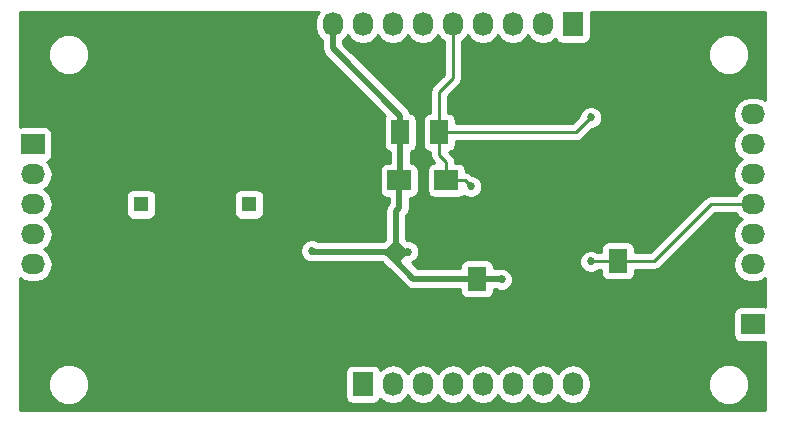
<source format=gbr>
G04 #@! TF.FileFunction,Copper,L2,Bot,Signal*
%FSLAX46Y46*%
G04 Gerber Fmt 4.6, Leading zero omitted, Abs format (unit mm)*
G04 Created by KiCad (PCBNEW 4.0.1-stable) date 9/12/2016 12:56:57 PM*
%MOMM*%
G01*
G04 APERTURE LIST*
%ADD10C,0.100000*%
%ADD11R,1.300000X1.300000*%
%ADD12C,1.300000*%
%ADD13R,1.600000X2.000000*%
%ADD14R,1.524000X2.032000*%
%ADD15R,2.032000X1.727200*%
%ADD16O,2.032000X1.727200*%
%ADD17R,1.727200X2.032000*%
%ADD18O,1.727200X2.032000*%
%ADD19R,2.000000X1.700000*%
%ADD20C,0.685800*%
%ADD21C,0.508000*%
%ADD22C,0.254000*%
G04 APERTURE END LIST*
D10*
D11*
X155956000Y-60960000D03*
D12*
X155956000Y-58960000D03*
D11*
X165100000Y-60960000D03*
D12*
X165100000Y-58960000D03*
D13*
X196342000Y-65754000D03*
X196342000Y-61754000D03*
X184404000Y-63278000D03*
X184404000Y-67278000D03*
D14*
X177927000Y-54864000D03*
X181229000Y-54864000D03*
D15*
X146812000Y-55880000D03*
D16*
X146812000Y-58420000D03*
X146812000Y-60960000D03*
X146812000Y-63500000D03*
X146812000Y-66040000D03*
X146812000Y-68580000D03*
D17*
X174752000Y-76200000D03*
D18*
X177292000Y-76200000D03*
X179832000Y-76200000D03*
X182372000Y-76200000D03*
X184912000Y-76200000D03*
X187452000Y-76200000D03*
X189992000Y-76200000D03*
X192532000Y-76200000D03*
D19*
X177832000Y-58928000D03*
X181832000Y-58928000D03*
D17*
X192532000Y-45720000D03*
D18*
X189992000Y-45720000D03*
X187452000Y-45720000D03*
X184912000Y-45720000D03*
X182372000Y-45720000D03*
X179832000Y-45720000D03*
X177292000Y-45720000D03*
X174752000Y-45720000D03*
X172212000Y-45720000D03*
X169672000Y-45720000D03*
D15*
X207772000Y-71120000D03*
D16*
X207772000Y-68580000D03*
X207772000Y-66040000D03*
X207772000Y-63500000D03*
X207772000Y-60960000D03*
X207772000Y-58420000D03*
X207772000Y-55880000D03*
X207772000Y-53340000D03*
D20*
X194183000Y-58039000D03*
X181991000Y-65087500D03*
X155448000Y-66040000D03*
X170688000Y-68326000D03*
X167894000Y-71120000D03*
X163322000Y-67310000D03*
X190500000Y-65024000D03*
X186499500Y-67310000D03*
X170434000Y-64897000D03*
X178562000Y-64960500D03*
X194056000Y-65786000D03*
X194056000Y-53594000D03*
X183896000Y-59436000D03*
D21*
X178562000Y-64960500D02*
X178219100Y-64960500D01*
X178219100Y-64960500D02*
X177546000Y-64287400D01*
X178562000Y-64960500D02*
X178320700Y-64960500D01*
X177546000Y-65735200D02*
X177546000Y-65786000D01*
X178320700Y-64960500D02*
X177546000Y-65735200D01*
X177546000Y-65786000D02*
X177546000Y-65786000D01*
X177546000Y-65786000D02*
X177533300Y-65786000D01*
X177533300Y-65786000D02*
X176707800Y-64960500D01*
X176707800Y-64960500D02*
X176872900Y-64960500D01*
X176872900Y-64960500D02*
X177546000Y-64287400D01*
X177927000Y-54864000D02*
X177927000Y-53467000D01*
X172212000Y-47752000D02*
X172212000Y-45720000D01*
X177927000Y-53467000D02*
X172212000Y-47752000D01*
X177546000Y-64960500D02*
X177546000Y-64287400D01*
X177546000Y-64287400D02*
X177546000Y-61531500D01*
X177832000Y-61245500D02*
X177832000Y-58928000D01*
X177546000Y-61531500D02*
X177832000Y-61245500D01*
X177546000Y-64960500D02*
X177546000Y-65786000D01*
X177546000Y-65786000D02*
X179038000Y-67278000D01*
X179038000Y-67278000D02*
X184404000Y-67278000D01*
X177927000Y-54864000D02*
X177927000Y-58833000D01*
X177927000Y-58833000D02*
X177832000Y-58928000D01*
X184404000Y-67278000D02*
X186467500Y-67278000D01*
X186467500Y-67278000D02*
X186499500Y-67310000D01*
X170497500Y-64960500D02*
X176707800Y-64960500D01*
X170434000Y-64897000D02*
X170497500Y-64960500D01*
X176707800Y-64960500D02*
X177546000Y-64960500D01*
X177546000Y-64960500D02*
X178562000Y-64960500D01*
D22*
X177800000Y-58960000D02*
X177927000Y-58833000D01*
X204216000Y-60960000D02*
X207772000Y-60960000D01*
X199422000Y-65754000D02*
X204216000Y-60960000D01*
X196342000Y-65754000D02*
X199422000Y-65754000D01*
X194088000Y-65754000D02*
X196342000Y-65754000D01*
X194056000Y-65786000D02*
X194088000Y-65754000D01*
X181229000Y-54864000D02*
X192786000Y-54864000D01*
X192786000Y-54864000D02*
X194056000Y-53594000D01*
X183388000Y-58928000D02*
X181832000Y-58928000D01*
X183896000Y-59436000D02*
X183388000Y-58928000D01*
X182372000Y-45720000D02*
X182372000Y-50292000D01*
X181229000Y-54864000D02*
X181229000Y-52578000D01*
X181229000Y-52578000D02*
X181229000Y-51435000D01*
X181229000Y-51435000D02*
X182372000Y-50292000D01*
X181832000Y-58928000D02*
X181832000Y-57372000D01*
X181229000Y-56769000D02*
X181229000Y-54864000D01*
X181832000Y-57372000D02*
X181229000Y-56769000D01*
G36*
X170827474Y-44961766D02*
X170713400Y-45535255D01*
X170713400Y-45904745D01*
X170827474Y-46478234D01*
X171152330Y-46964415D01*
X171323000Y-47078453D01*
X171323000Y-47752000D01*
X171390671Y-48092206D01*
X171583382Y-48380618D01*
X176662054Y-53459290D01*
X176568569Y-53596110D01*
X176517560Y-53848000D01*
X176517560Y-55880000D01*
X176561838Y-56115317D01*
X176700910Y-56331441D01*
X176913110Y-56476431D01*
X177038000Y-56501722D01*
X177038000Y-57430560D01*
X176832000Y-57430560D01*
X176596683Y-57474838D01*
X176380559Y-57613910D01*
X176235569Y-57826110D01*
X176184560Y-58078000D01*
X176184560Y-59778000D01*
X176228838Y-60013317D01*
X176367910Y-60229441D01*
X176580110Y-60374431D01*
X176832000Y-60425440D01*
X176943000Y-60425440D01*
X176943000Y-60877264D01*
X176917382Y-60902882D01*
X176724671Y-61191294D01*
X176657000Y-61531500D01*
X176657000Y-63919164D01*
X176504664Y-64071500D01*
X170991694Y-64071500D01*
X170988659Y-64068460D01*
X170629370Y-63919270D01*
X170240337Y-63918931D01*
X169880788Y-64067493D01*
X169605460Y-64342341D01*
X169456270Y-64701630D01*
X169455931Y-65090663D01*
X169604493Y-65450212D01*
X169879341Y-65725540D01*
X170238630Y-65874730D01*
X170627663Y-65875069D01*
X170689545Y-65849500D01*
X176339564Y-65849500D01*
X176904682Y-66414618D01*
X176942956Y-66440192D01*
X178409382Y-67906618D01*
X178697795Y-68099330D01*
X179038000Y-68167000D01*
X182956560Y-68167000D01*
X182956560Y-68278000D01*
X183000838Y-68513317D01*
X183139910Y-68729441D01*
X183352110Y-68874431D01*
X183604000Y-68925440D01*
X185204000Y-68925440D01*
X185439317Y-68881162D01*
X185655441Y-68742090D01*
X185800431Y-68529890D01*
X185851440Y-68278000D01*
X185851440Y-68167000D01*
X186013380Y-68167000D01*
X186304130Y-68287730D01*
X186693163Y-68288069D01*
X187052712Y-68139507D01*
X187328040Y-67864659D01*
X187477230Y-67505370D01*
X187477569Y-67116337D01*
X187329007Y-66756788D01*
X187054159Y-66481460D01*
X186694870Y-66332270D01*
X186305837Y-66331931D01*
X186167719Y-66389000D01*
X185851440Y-66389000D01*
X185851440Y-66278000D01*
X185807162Y-66042683D01*
X185668090Y-65826559D01*
X185455890Y-65681569D01*
X185204000Y-65630560D01*
X183604000Y-65630560D01*
X183368683Y-65674838D01*
X183152559Y-65813910D01*
X183007569Y-66026110D01*
X182956560Y-66278000D01*
X182956560Y-66389000D01*
X179406236Y-66389000D01*
X178897287Y-65880051D01*
X179115212Y-65790007D01*
X179390540Y-65515159D01*
X179539730Y-65155870D01*
X179540069Y-64766837D01*
X179391507Y-64407288D01*
X179116659Y-64131960D01*
X178757370Y-63982770D01*
X178498380Y-63982544D01*
X178435000Y-63919164D01*
X178435000Y-61899736D01*
X178460618Y-61874118D01*
X178637096Y-61610000D01*
X178653329Y-61585706D01*
X178721000Y-61245500D01*
X178721000Y-60425440D01*
X178832000Y-60425440D01*
X179067317Y-60381162D01*
X179283441Y-60242090D01*
X179428431Y-60029890D01*
X179479440Y-59778000D01*
X179479440Y-58078000D01*
X179435162Y-57842683D01*
X179296090Y-57626559D01*
X179083890Y-57481569D01*
X178832000Y-57430560D01*
X178816000Y-57430560D01*
X178816000Y-56503543D01*
X178924317Y-56483162D01*
X179140441Y-56344090D01*
X179285431Y-56131890D01*
X179336440Y-55880000D01*
X179336440Y-53848000D01*
X179292162Y-53612683D01*
X179153090Y-53396559D01*
X178940890Y-53251569D01*
X178766109Y-53216175D01*
X178748330Y-53126795D01*
X178555618Y-52838382D01*
X173101000Y-47383764D01*
X173101000Y-47078453D01*
X173271670Y-46964415D01*
X173482000Y-46649634D01*
X173692330Y-46964415D01*
X174178511Y-47289271D01*
X174752000Y-47403345D01*
X175325489Y-47289271D01*
X175811670Y-46964415D01*
X176022000Y-46649634D01*
X176232330Y-46964415D01*
X176718511Y-47289271D01*
X177292000Y-47403345D01*
X177865489Y-47289271D01*
X178351670Y-46964415D01*
X178562000Y-46649634D01*
X178772330Y-46964415D01*
X179258511Y-47289271D01*
X179832000Y-47403345D01*
X180405489Y-47289271D01*
X180891670Y-46964415D01*
X181102000Y-46649634D01*
X181312330Y-46964415D01*
X181610000Y-47163312D01*
X181610000Y-49976370D01*
X180690185Y-50896185D01*
X180525004Y-51143395D01*
X180467000Y-51435000D01*
X180467000Y-53200560D01*
X180231683Y-53244838D01*
X180015559Y-53383910D01*
X179870569Y-53596110D01*
X179819560Y-53848000D01*
X179819560Y-55880000D01*
X179863838Y-56115317D01*
X180002910Y-56331441D01*
X180215110Y-56476431D01*
X180467000Y-56527440D01*
X180467000Y-56769000D01*
X180525004Y-57060605D01*
X180661260Y-57264526D01*
X180690185Y-57307815D01*
X180815950Y-57433580D01*
X180596683Y-57474838D01*
X180380559Y-57613910D01*
X180235569Y-57826110D01*
X180184560Y-58078000D01*
X180184560Y-59778000D01*
X180228838Y-60013317D01*
X180367910Y-60229441D01*
X180580110Y-60374431D01*
X180832000Y-60425440D01*
X182832000Y-60425440D01*
X183067317Y-60381162D01*
X183283441Y-60242090D01*
X183297862Y-60220985D01*
X183341341Y-60264540D01*
X183700630Y-60413730D01*
X184089663Y-60414069D01*
X184449212Y-60265507D01*
X184724540Y-59990659D01*
X184873730Y-59631370D01*
X184874069Y-59242337D01*
X184725507Y-58882788D01*
X184450659Y-58607460D01*
X184091370Y-58458270D01*
X183995817Y-58458187D01*
X183926815Y-58389185D01*
X183679605Y-58224004D01*
X183479440Y-58184189D01*
X183479440Y-58078000D01*
X183435162Y-57842683D01*
X183296090Y-57626559D01*
X183083890Y-57481569D01*
X182832000Y-57430560D01*
X182594000Y-57430560D01*
X182594000Y-57372000D01*
X182535996Y-57080395D01*
X182468190Y-56978917D01*
X182370816Y-56833185D01*
X182053340Y-56515710D01*
X182226317Y-56483162D01*
X182442441Y-56344090D01*
X182587431Y-56131890D01*
X182638440Y-55880000D01*
X182638440Y-55626000D01*
X192786000Y-55626000D01*
X193077605Y-55567996D01*
X193324815Y-55402815D01*
X194155644Y-54571987D01*
X194249663Y-54572069D01*
X194609212Y-54423507D01*
X194884540Y-54148659D01*
X195033730Y-53789370D01*
X195034069Y-53400337D01*
X194885507Y-53040788D01*
X194610659Y-52765460D01*
X194251370Y-52616270D01*
X193862337Y-52615931D01*
X193502788Y-52764493D01*
X193227460Y-53039341D01*
X193078270Y-53398630D01*
X193078187Y-53494183D01*
X192470370Y-54102000D01*
X182638440Y-54102000D01*
X182638440Y-53848000D01*
X182594162Y-53612683D01*
X182455090Y-53396559D01*
X182242890Y-53251569D01*
X181991000Y-53200560D01*
X181991000Y-51750630D01*
X182910815Y-50830815D01*
X183075996Y-50583605D01*
X183134000Y-50292000D01*
X183134000Y-48603599D01*
X204004699Y-48603599D01*
X204268281Y-49241515D01*
X204755918Y-49730004D01*
X205393373Y-49994699D01*
X206083599Y-49995301D01*
X206721515Y-49731719D01*
X207210004Y-49244082D01*
X207474699Y-48606627D01*
X207475301Y-47916401D01*
X207211719Y-47278485D01*
X206724082Y-46789996D01*
X206086627Y-46525301D01*
X205396401Y-46524699D01*
X204758485Y-46788281D01*
X204269996Y-47275918D01*
X204005301Y-47913373D01*
X204004699Y-48603599D01*
X183134000Y-48603599D01*
X183134000Y-47163312D01*
X183431670Y-46964415D01*
X183642000Y-46649634D01*
X183852330Y-46964415D01*
X184338511Y-47289271D01*
X184912000Y-47403345D01*
X185485489Y-47289271D01*
X185971670Y-46964415D01*
X186182000Y-46649634D01*
X186392330Y-46964415D01*
X186878511Y-47289271D01*
X187452000Y-47403345D01*
X188025489Y-47289271D01*
X188511670Y-46964415D01*
X188722000Y-46649634D01*
X188932330Y-46964415D01*
X189418511Y-47289271D01*
X189992000Y-47403345D01*
X190565489Y-47289271D01*
X191051670Y-46964415D01*
X191061243Y-46950087D01*
X191065238Y-46971317D01*
X191204310Y-47187441D01*
X191416510Y-47332431D01*
X191668400Y-47383440D01*
X193395600Y-47383440D01*
X193630917Y-47339162D01*
X193847041Y-47200090D01*
X193992031Y-46987890D01*
X194043040Y-46736000D01*
X194043040Y-44704000D01*
X194033256Y-44652000D01*
X208840000Y-44652000D01*
X208840000Y-52162453D01*
X208530234Y-51955474D01*
X207956745Y-51841400D01*
X207587255Y-51841400D01*
X207013766Y-51955474D01*
X206527585Y-52280330D01*
X206202729Y-52766511D01*
X206088655Y-53340000D01*
X206202729Y-53913489D01*
X206527585Y-54399670D01*
X206842366Y-54610000D01*
X206527585Y-54820330D01*
X206202729Y-55306511D01*
X206088655Y-55880000D01*
X206202729Y-56453489D01*
X206527585Y-56939670D01*
X206842366Y-57150000D01*
X206527585Y-57360330D01*
X206202729Y-57846511D01*
X206088655Y-58420000D01*
X206202729Y-58993489D01*
X206527585Y-59479670D01*
X206842366Y-59690000D01*
X206527585Y-59900330D01*
X206328688Y-60198000D01*
X204216000Y-60198000D01*
X203924395Y-60256004D01*
X203729078Y-60386511D01*
X203677185Y-60421185D01*
X199106370Y-64992000D01*
X197789440Y-64992000D01*
X197789440Y-64754000D01*
X197745162Y-64518683D01*
X197606090Y-64302559D01*
X197393890Y-64157569D01*
X197142000Y-64106560D01*
X195542000Y-64106560D01*
X195306683Y-64150838D01*
X195090559Y-64289910D01*
X194945569Y-64502110D01*
X194894560Y-64754000D01*
X194894560Y-64992000D01*
X194645139Y-64992000D01*
X194610659Y-64957460D01*
X194251370Y-64808270D01*
X193862337Y-64807931D01*
X193502788Y-64956493D01*
X193227460Y-65231341D01*
X193078270Y-65590630D01*
X193077931Y-65979663D01*
X193226493Y-66339212D01*
X193501341Y-66614540D01*
X193860630Y-66763730D01*
X194249663Y-66764069D01*
X194609212Y-66615507D01*
X194708893Y-66516000D01*
X194894560Y-66516000D01*
X194894560Y-66754000D01*
X194938838Y-66989317D01*
X195077910Y-67205441D01*
X195290110Y-67350431D01*
X195542000Y-67401440D01*
X197142000Y-67401440D01*
X197377317Y-67357162D01*
X197593441Y-67218090D01*
X197738431Y-67005890D01*
X197789440Y-66754000D01*
X197789440Y-66516000D01*
X199422000Y-66516000D01*
X199713605Y-66457996D01*
X199960815Y-66292815D01*
X204531630Y-61722000D01*
X206328688Y-61722000D01*
X206527585Y-62019670D01*
X206842366Y-62230000D01*
X206527585Y-62440330D01*
X206202729Y-62926511D01*
X206088655Y-63500000D01*
X206202729Y-64073489D01*
X206527585Y-64559670D01*
X206842366Y-64770000D01*
X206527585Y-64980330D01*
X206202729Y-65466511D01*
X206088655Y-66040000D01*
X206202729Y-66613489D01*
X206527585Y-67099670D01*
X207013766Y-67424526D01*
X207587255Y-67538600D01*
X207956745Y-67538600D01*
X208530234Y-67424526D01*
X208840000Y-67217547D01*
X208840000Y-69619490D01*
X208788000Y-69608960D01*
X206756000Y-69608960D01*
X206520683Y-69653238D01*
X206304559Y-69792310D01*
X206159569Y-70004510D01*
X206108560Y-70256400D01*
X206108560Y-71983600D01*
X206152838Y-72218917D01*
X206291910Y-72435041D01*
X206504110Y-72580031D01*
X206756000Y-72631040D01*
X208788000Y-72631040D01*
X208840000Y-72621256D01*
X208840000Y-78411000D01*
X145744000Y-78411000D01*
X145744000Y-76543599D01*
X148124699Y-76543599D01*
X148388281Y-77181515D01*
X148875918Y-77670004D01*
X149513373Y-77934699D01*
X150203599Y-77935301D01*
X150841515Y-77671719D01*
X151330004Y-77184082D01*
X151594699Y-76546627D01*
X151595301Y-75856401D01*
X151331719Y-75218485D01*
X151297295Y-75184000D01*
X173240960Y-75184000D01*
X173240960Y-77216000D01*
X173285238Y-77451317D01*
X173424310Y-77667441D01*
X173636510Y-77812431D01*
X173888400Y-77863440D01*
X175615600Y-77863440D01*
X175850917Y-77819162D01*
X176067041Y-77680090D01*
X176212031Y-77467890D01*
X176220400Y-77426561D01*
X176232330Y-77444415D01*
X176718511Y-77769271D01*
X177292000Y-77883345D01*
X177865489Y-77769271D01*
X178351670Y-77444415D01*
X178562000Y-77129634D01*
X178772330Y-77444415D01*
X179258511Y-77769271D01*
X179832000Y-77883345D01*
X180405489Y-77769271D01*
X180891670Y-77444415D01*
X181102000Y-77129634D01*
X181312330Y-77444415D01*
X181798511Y-77769271D01*
X182372000Y-77883345D01*
X182945489Y-77769271D01*
X183431670Y-77444415D01*
X183642000Y-77129634D01*
X183852330Y-77444415D01*
X184338511Y-77769271D01*
X184912000Y-77883345D01*
X185485489Y-77769271D01*
X185971670Y-77444415D01*
X186182000Y-77129634D01*
X186392330Y-77444415D01*
X186878511Y-77769271D01*
X187452000Y-77883345D01*
X188025489Y-77769271D01*
X188511670Y-77444415D01*
X188722000Y-77129634D01*
X188932330Y-77444415D01*
X189418511Y-77769271D01*
X189992000Y-77883345D01*
X190565489Y-77769271D01*
X191051670Y-77444415D01*
X191262000Y-77129634D01*
X191472330Y-77444415D01*
X191958511Y-77769271D01*
X192532000Y-77883345D01*
X193105489Y-77769271D01*
X193591670Y-77444415D01*
X193916526Y-76958234D01*
X193999001Y-76543599D01*
X204004699Y-76543599D01*
X204268281Y-77181515D01*
X204755918Y-77670004D01*
X205393373Y-77934699D01*
X206083599Y-77935301D01*
X206721515Y-77671719D01*
X207210004Y-77184082D01*
X207474699Y-76546627D01*
X207475301Y-75856401D01*
X207211719Y-75218485D01*
X206724082Y-74729996D01*
X206086627Y-74465301D01*
X205396401Y-74464699D01*
X204758485Y-74728281D01*
X204269996Y-75215918D01*
X204005301Y-75853373D01*
X204004699Y-76543599D01*
X193999001Y-76543599D01*
X194030600Y-76384745D01*
X194030600Y-76015255D01*
X193916526Y-75441766D01*
X193591670Y-74955585D01*
X193105489Y-74630729D01*
X192532000Y-74516655D01*
X191958511Y-74630729D01*
X191472330Y-74955585D01*
X191262000Y-75270366D01*
X191051670Y-74955585D01*
X190565489Y-74630729D01*
X189992000Y-74516655D01*
X189418511Y-74630729D01*
X188932330Y-74955585D01*
X188722000Y-75270366D01*
X188511670Y-74955585D01*
X188025489Y-74630729D01*
X187452000Y-74516655D01*
X186878511Y-74630729D01*
X186392330Y-74955585D01*
X186182000Y-75270366D01*
X185971670Y-74955585D01*
X185485489Y-74630729D01*
X184912000Y-74516655D01*
X184338511Y-74630729D01*
X183852330Y-74955585D01*
X183642000Y-75270366D01*
X183431670Y-74955585D01*
X182945489Y-74630729D01*
X182372000Y-74516655D01*
X181798511Y-74630729D01*
X181312330Y-74955585D01*
X181102000Y-75270366D01*
X180891670Y-74955585D01*
X180405489Y-74630729D01*
X179832000Y-74516655D01*
X179258511Y-74630729D01*
X178772330Y-74955585D01*
X178562000Y-75270366D01*
X178351670Y-74955585D01*
X177865489Y-74630729D01*
X177292000Y-74516655D01*
X176718511Y-74630729D01*
X176232330Y-74955585D01*
X176222757Y-74969913D01*
X176218762Y-74948683D01*
X176079690Y-74732559D01*
X175867490Y-74587569D01*
X175615600Y-74536560D01*
X173888400Y-74536560D01*
X173653083Y-74580838D01*
X173436959Y-74719910D01*
X173291969Y-74932110D01*
X173240960Y-75184000D01*
X151297295Y-75184000D01*
X150844082Y-74729996D01*
X150206627Y-74465301D01*
X149516401Y-74464699D01*
X148878485Y-74728281D01*
X148389996Y-75215918D01*
X148125301Y-75853373D01*
X148124699Y-76543599D01*
X145744000Y-76543599D01*
X145744000Y-67217547D01*
X146053766Y-67424526D01*
X146627255Y-67538600D01*
X146996745Y-67538600D01*
X147570234Y-67424526D01*
X148056415Y-67099670D01*
X148381271Y-66613489D01*
X148495345Y-66040000D01*
X148381271Y-65466511D01*
X148056415Y-64980330D01*
X147741634Y-64770000D01*
X148056415Y-64559670D01*
X148381271Y-64073489D01*
X148495345Y-63500000D01*
X148381271Y-62926511D01*
X148056415Y-62440330D01*
X147741634Y-62230000D01*
X148056415Y-62019670D01*
X148381271Y-61533489D01*
X148495345Y-60960000D01*
X148381271Y-60386511D01*
X148330148Y-60310000D01*
X154658560Y-60310000D01*
X154658560Y-61610000D01*
X154702838Y-61845317D01*
X154841910Y-62061441D01*
X155054110Y-62206431D01*
X155306000Y-62257440D01*
X156606000Y-62257440D01*
X156841317Y-62213162D01*
X157057441Y-62074090D01*
X157202431Y-61861890D01*
X157253440Y-61610000D01*
X157253440Y-60310000D01*
X163802560Y-60310000D01*
X163802560Y-61610000D01*
X163846838Y-61845317D01*
X163985910Y-62061441D01*
X164198110Y-62206431D01*
X164450000Y-62257440D01*
X165750000Y-62257440D01*
X165985317Y-62213162D01*
X166201441Y-62074090D01*
X166346431Y-61861890D01*
X166397440Y-61610000D01*
X166397440Y-60310000D01*
X166353162Y-60074683D01*
X166214090Y-59858559D01*
X166001890Y-59713569D01*
X165750000Y-59662560D01*
X164450000Y-59662560D01*
X164214683Y-59706838D01*
X163998559Y-59845910D01*
X163853569Y-60058110D01*
X163802560Y-60310000D01*
X157253440Y-60310000D01*
X157209162Y-60074683D01*
X157070090Y-59858559D01*
X156857890Y-59713569D01*
X156606000Y-59662560D01*
X155306000Y-59662560D01*
X155070683Y-59706838D01*
X154854559Y-59845910D01*
X154709569Y-60058110D01*
X154658560Y-60310000D01*
X148330148Y-60310000D01*
X148056415Y-59900330D01*
X147741634Y-59690000D01*
X148056415Y-59479670D01*
X148381271Y-58993489D01*
X148495345Y-58420000D01*
X148381271Y-57846511D01*
X148056415Y-57360330D01*
X148042087Y-57350757D01*
X148063317Y-57346762D01*
X148279441Y-57207690D01*
X148424431Y-56995490D01*
X148475440Y-56743600D01*
X148475440Y-55016400D01*
X148431162Y-54781083D01*
X148292090Y-54564959D01*
X148079890Y-54419969D01*
X147828000Y-54368960D01*
X145796000Y-54368960D01*
X145744000Y-54378744D01*
X145744000Y-48603599D01*
X148124699Y-48603599D01*
X148388281Y-49241515D01*
X148875918Y-49730004D01*
X149513373Y-49994699D01*
X150203599Y-49995301D01*
X150841515Y-49731719D01*
X151330004Y-49244082D01*
X151594699Y-48606627D01*
X151595301Y-47916401D01*
X151331719Y-47278485D01*
X150844082Y-46789996D01*
X150206627Y-46525301D01*
X149516401Y-46524699D01*
X148878485Y-46788281D01*
X148389996Y-47275918D01*
X148125301Y-47913373D01*
X148124699Y-48603599D01*
X145744000Y-48603599D01*
X145744000Y-44652000D01*
X171034453Y-44652000D01*
X170827474Y-44961766D01*
X170827474Y-44961766D01*
G37*
X170827474Y-44961766D02*
X170713400Y-45535255D01*
X170713400Y-45904745D01*
X170827474Y-46478234D01*
X171152330Y-46964415D01*
X171323000Y-47078453D01*
X171323000Y-47752000D01*
X171390671Y-48092206D01*
X171583382Y-48380618D01*
X176662054Y-53459290D01*
X176568569Y-53596110D01*
X176517560Y-53848000D01*
X176517560Y-55880000D01*
X176561838Y-56115317D01*
X176700910Y-56331441D01*
X176913110Y-56476431D01*
X177038000Y-56501722D01*
X177038000Y-57430560D01*
X176832000Y-57430560D01*
X176596683Y-57474838D01*
X176380559Y-57613910D01*
X176235569Y-57826110D01*
X176184560Y-58078000D01*
X176184560Y-59778000D01*
X176228838Y-60013317D01*
X176367910Y-60229441D01*
X176580110Y-60374431D01*
X176832000Y-60425440D01*
X176943000Y-60425440D01*
X176943000Y-60877264D01*
X176917382Y-60902882D01*
X176724671Y-61191294D01*
X176657000Y-61531500D01*
X176657000Y-63919164D01*
X176504664Y-64071500D01*
X170991694Y-64071500D01*
X170988659Y-64068460D01*
X170629370Y-63919270D01*
X170240337Y-63918931D01*
X169880788Y-64067493D01*
X169605460Y-64342341D01*
X169456270Y-64701630D01*
X169455931Y-65090663D01*
X169604493Y-65450212D01*
X169879341Y-65725540D01*
X170238630Y-65874730D01*
X170627663Y-65875069D01*
X170689545Y-65849500D01*
X176339564Y-65849500D01*
X176904682Y-66414618D01*
X176942956Y-66440192D01*
X178409382Y-67906618D01*
X178697795Y-68099330D01*
X179038000Y-68167000D01*
X182956560Y-68167000D01*
X182956560Y-68278000D01*
X183000838Y-68513317D01*
X183139910Y-68729441D01*
X183352110Y-68874431D01*
X183604000Y-68925440D01*
X185204000Y-68925440D01*
X185439317Y-68881162D01*
X185655441Y-68742090D01*
X185800431Y-68529890D01*
X185851440Y-68278000D01*
X185851440Y-68167000D01*
X186013380Y-68167000D01*
X186304130Y-68287730D01*
X186693163Y-68288069D01*
X187052712Y-68139507D01*
X187328040Y-67864659D01*
X187477230Y-67505370D01*
X187477569Y-67116337D01*
X187329007Y-66756788D01*
X187054159Y-66481460D01*
X186694870Y-66332270D01*
X186305837Y-66331931D01*
X186167719Y-66389000D01*
X185851440Y-66389000D01*
X185851440Y-66278000D01*
X185807162Y-66042683D01*
X185668090Y-65826559D01*
X185455890Y-65681569D01*
X185204000Y-65630560D01*
X183604000Y-65630560D01*
X183368683Y-65674838D01*
X183152559Y-65813910D01*
X183007569Y-66026110D01*
X182956560Y-66278000D01*
X182956560Y-66389000D01*
X179406236Y-66389000D01*
X178897287Y-65880051D01*
X179115212Y-65790007D01*
X179390540Y-65515159D01*
X179539730Y-65155870D01*
X179540069Y-64766837D01*
X179391507Y-64407288D01*
X179116659Y-64131960D01*
X178757370Y-63982770D01*
X178498380Y-63982544D01*
X178435000Y-63919164D01*
X178435000Y-61899736D01*
X178460618Y-61874118D01*
X178637096Y-61610000D01*
X178653329Y-61585706D01*
X178721000Y-61245500D01*
X178721000Y-60425440D01*
X178832000Y-60425440D01*
X179067317Y-60381162D01*
X179283441Y-60242090D01*
X179428431Y-60029890D01*
X179479440Y-59778000D01*
X179479440Y-58078000D01*
X179435162Y-57842683D01*
X179296090Y-57626559D01*
X179083890Y-57481569D01*
X178832000Y-57430560D01*
X178816000Y-57430560D01*
X178816000Y-56503543D01*
X178924317Y-56483162D01*
X179140441Y-56344090D01*
X179285431Y-56131890D01*
X179336440Y-55880000D01*
X179336440Y-53848000D01*
X179292162Y-53612683D01*
X179153090Y-53396559D01*
X178940890Y-53251569D01*
X178766109Y-53216175D01*
X178748330Y-53126795D01*
X178555618Y-52838382D01*
X173101000Y-47383764D01*
X173101000Y-47078453D01*
X173271670Y-46964415D01*
X173482000Y-46649634D01*
X173692330Y-46964415D01*
X174178511Y-47289271D01*
X174752000Y-47403345D01*
X175325489Y-47289271D01*
X175811670Y-46964415D01*
X176022000Y-46649634D01*
X176232330Y-46964415D01*
X176718511Y-47289271D01*
X177292000Y-47403345D01*
X177865489Y-47289271D01*
X178351670Y-46964415D01*
X178562000Y-46649634D01*
X178772330Y-46964415D01*
X179258511Y-47289271D01*
X179832000Y-47403345D01*
X180405489Y-47289271D01*
X180891670Y-46964415D01*
X181102000Y-46649634D01*
X181312330Y-46964415D01*
X181610000Y-47163312D01*
X181610000Y-49976370D01*
X180690185Y-50896185D01*
X180525004Y-51143395D01*
X180467000Y-51435000D01*
X180467000Y-53200560D01*
X180231683Y-53244838D01*
X180015559Y-53383910D01*
X179870569Y-53596110D01*
X179819560Y-53848000D01*
X179819560Y-55880000D01*
X179863838Y-56115317D01*
X180002910Y-56331441D01*
X180215110Y-56476431D01*
X180467000Y-56527440D01*
X180467000Y-56769000D01*
X180525004Y-57060605D01*
X180661260Y-57264526D01*
X180690185Y-57307815D01*
X180815950Y-57433580D01*
X180596683Y-57474838D01*
X180380559Y-57613910D01*
X180235569Y-57826110D01*
X180184560Y-58078000D01*
X180184560Y-59778000D01*
X180228838Y-60013317D01*
X180367910Y-60229441D01*
X180580110Y-60374431D01*
X180832000Y-60425440D01*
X182832000Y-60425440D01*
X183067317Y-60381162D01*
X183283441Y-60242090D01*
X183297862Y-60220985D01*
X183341341Y-60264540D01*
X183700630Y-60413730D01*
X184089663Y-60414069D01*
X184449212Y-60265507D01*
X184724540Y-59990659D01*
X184873730Y-59631370D01*
X184874069Y-59242337D01*
X184725507Y-58882788D01*
X184450659Y-58607460D01*
X184091370Y-58458270D01*
X183995817Y-58458187D01*
X183926815Y-58389185D01*
X183679605Y-58224004D01*
X183479440Y-58184189D01*
X183479440Y-58078000D01*
X183435162Y-57842683D01*
X183296090Y-57626559D01*
X183083890Y-57481569D01*
X182832000Y-57430560D01*
X182594000Y-57430560D01*
X182594000Y-57372000D01*
X182535996Y-57080395D01*
X182468190Y-56978917D01*
X182370816Y-56833185D01*
X182053340Y-56515710D01*
X182226317Y-56483162D01*
X182442441Y-56344090D01*
X182587431Y-56131890D01*
X182638440Y-55880000D01*
X182638440Y-55626000D01*
X192786000Y-55626000D01*
X193077605Y-55567996D01*
X193324815Y-55402815D01*
X194155644Y-54571987D01*
X194249663Y-54572069D01*
X194609212Y-54423507D01*
X194884540Y-54148659D01*
X195033730Y-53789370D01*
X195034069Y-53400337D01*
X194885507Y-53040788D01*
X194610659Y-52765460D01*
X194251370Y-52616270D01*
X193862337Y-52615931D01*
X193502788Y-52764493D01*
X193227460Y-53039341D01*
X193078270Y-53398630D01*
X193078187Y-53494183D01*
X192470370Y-54102000D01*
X182638440Y-54102000D01*
X182638440Y-53848000D01*
X182594162Y-53612683D01*
X182455090Y-53396559D01*
X182242890Y-53251569D01*
X181991000Y-53200560D01*
X181991000Y-51750630D01*
X182910815Y-50830815D01*
X183075996Y-50583605D01*
X183134000Y-50292000D01*
X183134000Y-48603599D01*
X204004699Y-48603599D01*
X204268281Y-49241515D01*
X204755918Y-49730004D01*
X205393373Y-49994699D01*
X206083599Y-49995301D01*
X206721515Y-49731719D01*
X207210004Y-49244082D01*
X207474699Y-48606627D01*
X207475301Y-47916401D01*
X207211719Y-47278485D01*
X206724082Y-46789996D01*
X206086627Y-46525301D01*
X205396401Y-46524699D01*
X204758485Y-46788281D01*
X204269996Y-47275918D01*
X204005301Y-47913373D01*
X204004699Y-48603599D01*
X183134000Y-48603599D01*
X183134000Y-47163312D01*
X183431670Y-46964415D01*
X183642000Y-46649634D01*
X183852330Y-46964415D01*
X184338511Y-47289271D01*
X184912000Y-47403345D01*
X185485489Y-47289271D01*
X185971670Y-46964415D01*
X186182000Y-46649634D01*
X186392330Y-46964415D01*
X186878511Y-47289271D01*
X187452000Y-47403345D01*
X188025489Y-47289271D01*
X188511670Y-46964415D01*
X188722000Y-46649634D01*
X188932330Y-46964415D01*
X189418511Y-47289271D01*
X189992000Y-47403345D01*
X190565489Y-47289271D01*
X191051670Y-46964415D01*
X191061243Y-46950087D01*
X191065238Y-46971317D01*
X191204310Y-47187441D01*
X191416510Y-47332431D01*
X191668400Y-47383440D01*
X193395600Y-47383440D01*
X193630917Y-47339162D01*
X193847041Y-47200090D01*
X193992031Y-46987890D01*
X194043040Y-46736000D01*
X194043040Y-44704000D01*
X194033256Y-44652000D01*
X208840000Y-44652000D01*
X208840000Y-52162453D01*
X208530234Y-51955474D01*
X207956745Y-51841400D01*
X207587255Y-51841400D01*
X207013766Y-51955474D01*
X206527585Y-52280330D01*
X206202729Y-52766511D01*
X206088655Y-53340000D01*
X206202729Y-53913489D01*
X206527585Y-54399670D01*
X206842366Y-54610000D01*
X206527585Y-54820330D01*
X206202729Y-55306511D01*
X206088655Y-55880000D01*
X206202729Y-56453489D01*
X206527585Y-56939670D01*
X206842366Y-57150000D01*
X206527585Y-57360330D01*
X206202729Y-57846511D01*
X206088655Y-58420000D01*
X206202729Y-58993489D01*
X206527585Y-59479670D01*
X206842366Y-59690000D01*
X206527585Y-59900330D01*
X206328688Y-60198000D01*
X204216000Y-60198000D01*
X203924395Y-60256004D01*
X203729078Y-60386511D01*
X203677185Y-60421185D01*
X199106370Y-64992000D01*
X197789440Y-64992000D01*
X197789440Y-64754000D01*
X197745162Y-64518683D01*
X197606090Y-64302559D01*
X197393890Y-64157569D01*
X197142000Y-64106560D01*
X195542000Y-64106560D01*
X195306683Y-64150838D01*
X195090559Y-64289910D01*
X194945569Y-64502110D01*
X194894560Y-64754000D01*
X194894560Y-64992000D01*
X194645139Y-64992000D01*
X194610659Y-64957460D01*
X194251370Y-64808270D01*
X193862337Y-64807931D01*
X193502788Y-64956493D01*
X193227460Y-65231341D01*
X193078270Y-65590630D01*
X193077931Y-65979663D01*
X193226493Y-66339212D01*
X193501341Y-66614540D01*
X193860630Y-66763730D01*
X194249663Y-66764069D01*
X194609212Y-66615507D01*
X194708893Y-66516000D01*
X194894560Y-66516000D01*
X194894560Y-66754000D01*
X194938838Y-66989317D01*
X195077910Y-67205441D01*
X195290110Y-67350431D01*
X195542000Y-67401440D01*
X197142000Y-67401440D01*
X197377317Y-67357162D01*
X197593441Y-67218090D01*
X197738431Y-67005890D01*
X197789440Y-66754000D01*
X197789440Y-66516000D01*
X199422000Y-66516000D01*
X199713605Y-66457996D01*
X199960815Y-66292815D01*
X204531630Y-61722000D01*
X206328688Y-61722000D01*
X206527585Y-62019670D01*
X206842366Y-62230000D01*
X206527585Y-62440330D01*
X206202729Y-62926511D01*
X206088655Y-63500000D01*
X206202729Y-64073489D01*
X206527585Y-64559670D01*
X206842366Y-64770000D01*
X206527585Y-64980330D01*
X206202729Y-65466511D01*
X206088655Y-66040000D01*
X206202729Y-66613489D01*
X206527585Y-67099670D01*
X207013766Y-67424526D01*
X207587255Y-67538600D01*
X207956745Y-67538600D01*
X208530234Y-67424526D01*
X208840000Y-67217547D01*
X208840000Y-69619490D01*
X208788000Y-69608960D01*
X206756000Y-69608960D01*
X206520683Y-69653238D01*
X206304559Y-69792310D01*
X206159569Y-70004510D01*
X206108560Y-70256400D01*
X206108560Y-71983600D01*
X206152838Y-72218917D01*
X206291910Y-72435041D01*
X206504110Y-72580031D01*
X206756000Y-72631040D01*
X208788000Y-72631040D01*
X208840000Y-72621256D01*
X208840000Y-78411000D01*
X145744000Y-78411000D01*
X145744000Y-76543599D01*
X148124699Y-76543599D01*
X148388281Y-77181515D01*
X148875918Y-77670004D01*
X149513373Y-77934699D01*
X150203599Y-77935301D01*
X150841515Y-77671719D01*
X151330004Y-77184082D01*
X151594699Y-76546627D01*
X151595301Y-75856401D01*
X151331719Y-75218485D01*
X151297295Y-75184000D01*
X173240960Y-75184000D01*
X173240960Y-77216000D01*
X173285238Y-77451317D01*
X173424310Y-77667441D01*
X173636510Y-77812431D01*
X173888400Y-77863440D01*
X175615600Y-77863440D01*
X175850917Y-77819162D01*
X176067041Y-77680090D01*
X176212031Y-77467890D01*
X176220400Y-77426561D01*
X176232330Y-77444415D01*
X176718511Y-77769271D01*
X177292000Y-77883345D01*
X177865489Y-77769271D01*
X178351670Y-77444415D01*
X178562000Y-77129634D01*
X178772330Y-77444415D01*
X179258511Y-77769271D01*
X179832000Y-77883345D01*
X180405489Y-77769271D01*
X180891670Y-77444415D01*
X181102000Y-77129634D01*
X181312330Y-77444415D01*
X181798511Y-77769271D01*
X182372000Y-77883345D01*
X182945489Y-77769271D01*
X183431670Y-77444415D01*
X183642000Y-77129634D01*
X183852330Y-77444415D01*
X184338511Y-77769271D01*
X184912000Y-77883345D01*
X185485489Y-77769271D01*
X185971670Y-77444415D01*
X186182000Y-77129634D01*
X186392330Y-77444415D01*
X186878511Y-77769271D01*
X187452000Y-77883345D01*
X188025489Y-77769271D01*
X188511670Y-77444415D01*
X188722000Y-77129634D01*
X188932330Y-77444415D01*
X189418511Y-77769271D01*
X189992000Y-77883345D01*
X190565489Y-77769271D01*
X191051670Y-77444415D01*
X191262000Y-77129634D01*
X191472330Y-77444415D01*
X191958511Y-77769271D01*
X192532000Y-77883345D01*
X193105489Y-77769271D01*
X193591670Y-77444415D01*
X193916526Y-76958234D01*
X193999001Y-76543599D01*
X204004699Y-76543599D01*
X204268281Y-77181515D01*
X204755918Y-77670004D01*
X205393373Y-77934699D01*
X206083599Y-77935301D01*
X206721515Y-77671719D01*
X207210004Y-77184082D01*
X207474699Y-76546627D01*
X207475301Y-75856401D01*
X207211719Y-75218485D01*
X206724082Y-74729996D01*
X206086627Y-74465301D01*
X205396401Y-74464699D01*
X204758485Y-74728281D01*
X204269996Y-75215918D01*
X204005301Y-75853373D01*
X204004699Y-76543599D01*
X193999001Y-76543599D01*
X194030600Y-76384745D01*
X194030600Y-76015255D01*
X193916526Y-75441766D01*
X193591670Y-74955585D01*
X193105489Y-74630729D01*
X192532000Y-74516655D01*
X191958511Y-74630729D01*
X191472330Y-74955585D01*
X191262000Y-75270366D01*
X191051670Y-74955585D01*
X190565489Y-74630729D01*
X189992000Y-74516655D01*
X189418511Y-74630729D01*
X188932330Y-74955585D01*
X188722000Y-75270366D01*
X188511670Y-74955585D01*
X188025489Y-74630729D01*
X187452000Y-74516655D01*
X186878511Y-74630729D01*
X186392330Y-74955585D01*
X186182000Y-75270366D01*
X185971670Y-74955585D01*
X185485489Y-74630729D01*
X184912000Y-74516655D01*
X184338511Y-74630729D01*
X183852330Y-74955585D01*
X183642000Y-75270366D01*
X183431670Y-74955585D01*
X182945489Y-74630729D01*
X182372000Y-74516655D01*
X181798511Y-74630729D01*
X181312330Y-74955585D01*
X181102000Y-75270366D01*
X180891670Y-74955585D01*
X180405489Y-74630729D01*
X179832000Y-74516655D01*
X179258511Y-74630729D01*
X178772330Y-74955585D01*
X178562000Y-75270366D01*
X178351670Y-74955585D01*
X177865489Y-74630729D01*
X177292000Y-74516655D01*
X176718511Y-74630729D01*
X176232330Y-74955585D01*
X176222757Y-74969913D01*
X176218762Y-74948683D01*
X176079690Y-74732559D01*
X175867490Y-74587569D01*
X175615600Y-74536560D01*
X173888400Y-74536560D01*
X173653083Y-74580838D01*
X173436959Y-74719910D01*
X173291969Y-74932110D01*
X173240960Y-75184000D01*
X151297295Y-75184000D01*
X150844082Y-74729996D01*
X150206627Y-74465301D01*
X149516401Y-74464699D01*
X148878485Y-74728281D01*
X148389996Y-75215918D01*
X148125301Y-75853373D01*
X148124699Y-76543599D01*
X145744000Y-76543599D01*
X145744000Y-67217547D01*
X146053766Y-67424526D01*
X146627255Y-67538600D01*
X146996745Y-67538600D01*
X147570234Y-67424526D01*
X148056415Y-67099670D01*
X148381271Y-66613489D01*
X148495345Y-66040000D01*
X148381271Y-65466511D01*
X148056415Y-64980330D01*
X147741634Y-64770000D01*
X148056415Y-64559670D01*
X148381271Y-64073489D01*
X148495345Y-63500000D01*
X148381271Y-62926511D01*
X148056415Y-62440330D01*
X147741634Y-62230000D01*
X148056415Y-62019670D01*
X148381271Y-61533489D01*
X148495345Y-60960000D01*
X148381271Y-60386511D01*
X148330148Y-60310000D01*
X154658560Y-60310000D01*
X154658560Y-61610000D01*
X154702838Y-61845317D01*
X154841910Y-62061441D01*
X155054110Y-62206431D01*
X155306000Y-62257440D01*
X156606000Y-62257440D01*
X156841317Y-62213162D01*
X157057441Y-62074090D01*
X157202431Y-61861890D01*
X157253440Y-61610000D01*
X157253440Y-60310000D01*
X163802560Y-60310000D01*
X163802560Y-61610000D01*
X163846838Y-61845317D01*
X163985910Y-62061441D01*
X164198110Y-62206431D01*
X164450000Y-62257440D01*
X165750000Y-62257440D01*
X165985317Y-62213162D01*
X166201441Y-62074090D01*
X166346431Y-61861890D01*
X166397440Y-61610000D01*
X166397440Y-60310000D01*
X166353162Y-60074683D01*
X166214090Y-59858559D01*
X166001890Y-59713569D01*
X165750000Y-59662560D01*
X164450000Y-59662560D01*
X164214683Y-59706838D01*
X163998559Y-59845910D01*
X163853569Y-60058110D01*
X163802560Y-60310000D01*
X157253440Y-60310000D01*
X157209162Y-60074683D01*
X157070090Y-59858559D01*
X156857890Y-59713569D01*
X156606000Y-59662560D01*
X155306000Y-59662560D01*
X155070683Y-59706838D01*
X154854559Y-59845910D01*
X154709569Y-60058110D01*
X154658560Y-60310000D01*
X148330148Y-60310000D01*
X148056415Y-59900330D01*
X147741634Y-59690000D01*
X148056415Y-59479670D01*
X148381271Y-58993489D01*
X148495345Y-58420000D01*
X148381271Y-57846511D01*
X148056415Y-57360330D01*
X148042087Y-57350757D01*
X148063317Y-57346762D01*
X148279441Y-57207690D01*
X148424431Y-56995490D01*
X148475440Y-56743600D01*
X148475440Y-55016400D01*
X148431162Y-54781083D01*
X148292090Y-54564959D01*
X148079890Y-54419969D01*
X147828000Y-54368960D01*
X145796000Y-54368960D01*
X145744000Y-54378744D01*
X145744000Y-48603599D01*
X148124699Y-48603599D01*
X148388281Y-49241515D01*
X148875918Y-49730004D01*
X149513373Y-49994699D01*
X150203599Y-49995301D01*
X150841515Y-49731719D01*
X151330004Y-49244082D01*
X151594699Y-48606627D01*
X151595301Y-47916401D01*
X151331719Y-47278485D01*
X150844082Y-46789996D01*
X150206627Y-46525301D01*
X149516401Y-46524699D01*
X148878485Y-46788281D01*
X148389996Y-47275918D01*
X148125301Y-47913373D01*
X148124699Y-48603599D01*
X145744000Y-48603599D01*
X145744000Y-44652000D01*
X171034453Y-44652000D01*
X170827474Y-44961766D01*
M02*

</source>
